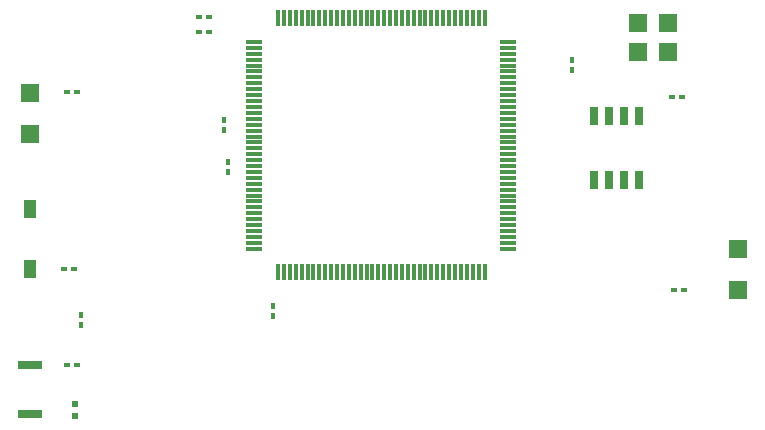
<source format=gtp>
%FSTAX23Y23*%
%MOIN*%
%SFA1B1*%

%IPPOS*%
%ADD16R,0.024610X0.015750*%
%ADD17R,0.015750X0.024610*%
%ADD18R,0.039370X0.062990*%
%ADD19R,0.019680X0.023620*%
%ADD20R,0.025590X0.060040*%
%ADD21R,0.078740X0.031500*%
%ADD22R,0.059060X0.062990*%
%ADD23R,0.058070X0.011810*%
%ADD24R,0.011810X0.058070*%
%ADD25R,0.059060X0.059060*%
%LNpcb1-1*%
%LPD*%
G54D16*
X02313Y00813D03*
X0228D03*
X00288Y01473D03*
X00255D03*
Y00563D03*
X00288D03*
X00728Y01673D03*
X00695D03*
X00728Y01723D03*
X00695D03*
X00245Y00883D03*
X00278D03*
X02306Y01457D03*
X02273D03*
G54D17*
X00302Y00729D03*
Y00696D03*
X00792Y01239D03*
Y01206D03*
X0078Y01346D03*
Y01379D03*
X01937Y01547D03*
Y0158D03*
X00942Y00759D03*
Y00726D03*
G54D18*
X00132Y01083D03*
Y00883D03*
G54D19*
X00282Y00393D03*
Y00432D03*
G54D20*
X02012Y01181D03*
X02062D03*
X02112D03*
X02162D03*
Y01394D03*
X02112D03*
X02062D03*
X02012D03*
G54D21*
X00132Y00565D03*
Y004D03*
G54D22*
X02159Y01705D03*
X02259D03*
Y01606D03*
X02159D03*
G54D23*
X0088Y0164D03*
Y01621D03*
Y01601D03*
Y01581D03*
Y01561D03*
Y01542D03*
Y01522D03*
Y01502D03*
Y01483D03*
Y01463D03*
Y01443D03*
Y01424D03*
Y01404D03*
Y01384D03*
Y01365D03*
Y01345D03*
Y01325D03*
Y01306D03*
Y01286D03*
Y01266D03*
Y01247D03*
Y01227D03*
Y01207D03*
Y01187D03*
Y01168D03*
Y01148D03*
Y01128D03*
Y01109D03*
Y01089D03*
Y01069D03*
Y0105D03*
Y0103D03*
Y0101D03*
Y00991D03*
Y00971D03*
Y00951D03*
X01725D03*
Y00971D03*
Y00991D03*
Y0101D03*
Y0103D03*
Y0105D03*
Y01069D03*
Y01089D03*
Y01109D03*
Y01128D03*
Y01148D03*
Y01168D03*
Y01187D03*
Y01207D03*
Y01227D03*
Y01247D03*
Y01266D03*
Y01286D03*
Y01306D03*
Y01325D03*
Y01345D03*
Y01365D03*
Y01384D03*
Y01404D03*
Y01424D03*
Y01443D03*
Y01463D03*
Y01483D03*
Y01502D03*
Y01522D03*
Y01542D03*
Y01561D03*
Y01581D03*
Y01601D03*
Y01621D03*
Y0164D03*
G54D24*
X00958Y00873D03*
X00978D03*
X00998D03*
X01017D03*
X01037D03*
X01057D03*
X01076D03*
X01096D03*
X01116D03*
X01135D03*
X01155D03*
X01175D03*
X01194D03*
X01214D03*
X01234D03*
X01254D03*
X01273D03*
X01293D03*
X01313D03*
X01332D03*
X01352D03*
X01372D03*
X01391D03*
X01411D03*
X01431D03*
X0145D03*
X0147D03*
X0149D03*
X01509D03*
X01529D03*
X01549D03*
X01568D03*
X01588D03*
X01608D03*
X01628D03*
X01647D03*
Y01719D03*
X01628D03*
X01608D03*
X01588D03*
X01568D03*
X01549D03*
X01529D03*
X01509D03*
X0149D03*
X0147D03*
X0145D03*
X01431D03*
X01411D03*
X01391D03*
X01372D03*
X01352D03*
X01332D03*
X01313D03*
X01293D03*
X01273D03*
X01254D03*
X01234D03*
X01214D03*
X01194D03*
X01175D03*
X01155D03*
X01135D03*
X01116D03*
X01096D03*
X01076D03*
X01057D03*
X01037D03*
X01017D03*
X00998D03*
X00978D03*
X00958D03*
G54D25*
X02492Y00814D03*
Y00951D03*
X00132Y01471D03*
Y01334D03*
M02*
</source>
